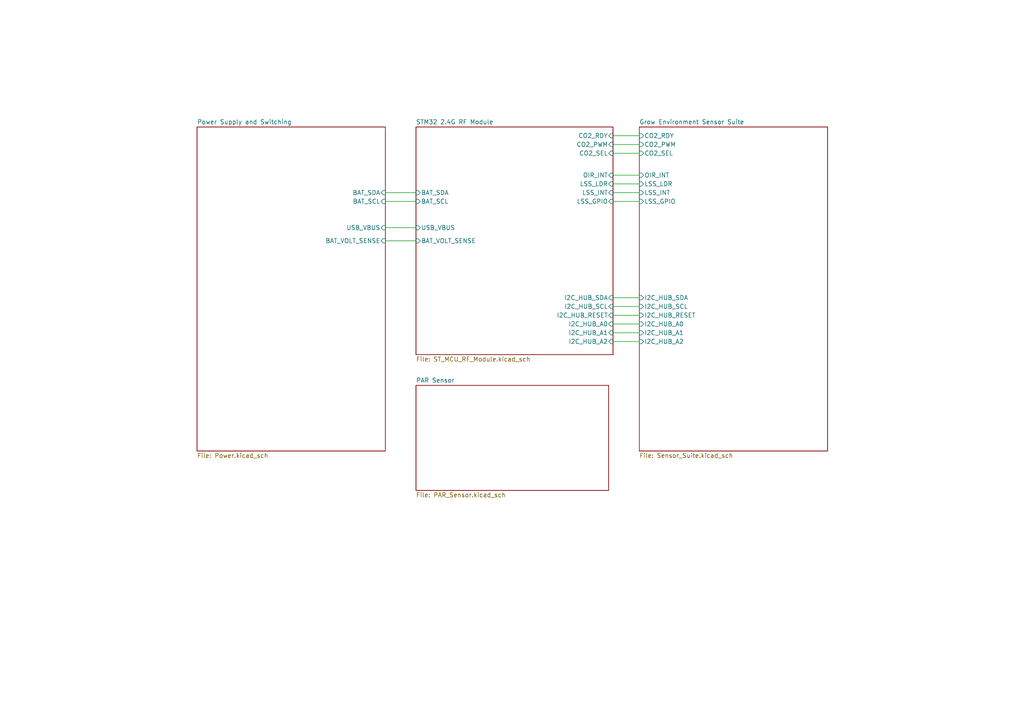
<source format=kicad_sch>
(kicad_sch
	(version 20231120)
	(generator "eeschema")
	(generator_version "8.0")
	(uuid "9cf62fc9-bc0c-4cc5-b5f2-4c645c24c92a")
	(paper "A4")
	(lib_symbols)
	(wire
		(pts
			(xy 111.76 66.04) (xy 120.65 66.04)
		)
		(stroke
			(width 0)
			(type default)
		)
		(uuid "0c3afd7e-40dd-4ddf-b8e5-0ac8235c99bf")
	)
	(wire
		(pts
			(xy 177.8 41.91) (xy 185.42 41.91)
		)
		(stroke
			(width 0)
			(type default)
		)
		(uuid "658a0941-5ad5-4ca5-844c-3c702ea26184")
	)
	(wire
		(pts
			(xy 177.8 86.36) (xy 185.42 86.36)
		)
		(stroke
			(width 0)
			(type default)
		)
		(uuid "66b19e09-7aa0-4cea-b194-39a92bb7f51b")
	)
	(wire
		(pts
			(xy 177.8 99.06) (xy 185.42 99.06)
		)
		(stroke
			(width 0)
			(type default)
		)
		(uuid "6712cfc5-d991-47ea-b2d8-ec148388060f")
	)
	(wire
		(pts
			(xy 177.8 93.98) (xy 185.42 93.98)
		)
		(stroke
			(width 0)
			(type default)
		)
		(uuid "6e5e9219-a87d-492e-9898-8b3dc5f7df34")
	)
	(wire
		(pts
			(xy 177.8 58.42) (xy 185.42 58.42)
		)
		(stroke
			(width 0)
			(type default)
		)
		(uuid "723e6913-b2af-415a-9c03-ce99206d29b0")
	)
	(wire
		(pts
			(xy 120.65 58.42) (xy 111.76 58.42)
		)
		(stroke
			(width 0)
			(type default)
		)
		(uuid "820876f1-43f1-492e-a528-1fc8733ae678")
	)
	(wire
		(pts
			(xy 177.8 53.34) (xy 185.42 53.34)
		)
		(stroke
			(width 0)
			(type default)
		)
		(uuid "85d64568-6f5a-42a6-8774-1d193d982d1b")
	)
	(wire
		(pts
			(xy 185.42 50.8) (xy 177.8 50.8)
		)
		(stroke
			(width 0)
			(type default)
		)
		(uuid "9bd52714-658d-4e7d-9ece-59640c287554")
	)
	(wire
		(pts
			(xy 185.42 96.52) (xy 177.8 96.52)
		)
		(stroke
			(width 0)
			(type default)
		)
		(uuid "9ce5c37a-6aaa-4e9a-a192-af827ee2b344")
	)
	(wire
		(pts
			(xy 111.76 55.88) (xy 120.65 55.88)
		)
		(stroke
			(width 0)
			(type default)
		)
		(uuid "a13a5998-54bb-448a-b2f8-ee7806c410d7")
	)
	(wire
		(pts
			(xy 177.8 44.45) (xy 185.42 44.45)
		)
		(stroke
			(width 0)
			(type default)
		)
		(uuid "a6ac7145-3d59-4caa-b844-65eb5f0d28b2")
	)
	(wire
		(pts
			(xy 177.8 88.9) (xy 185.42 88.9)
		)
		(stroke
			(width 0)
			(type default)
		)
		(uuid "a70cb43b-6db7-465c-8573-cf32296f1a3d")
	)
	(wire
		(pts
			(xy 177.8 39.37) (xy 185.42 39.37)
		)
		(stroke
			(width 0)
			(type default)
		)
		(uuid "cb0c354f-7460-42c2-ab56-b5d714bd27f3")
	)
	(wire
		(pts
			(xy 185.42 91.44) (xy 177.8 91.44)
		)
		(stroke
			(width 0)
			(type default)
		)
		(uuid "dd878a96-8a61-420d-bd08-7ede57b37fd1")
	)
	(wire
		(pts
			(xy 111.76 69.85) (xy 120.65 69.85)
		)
		(stroke
			(width 0)
			(type default)
		)
		(uuid "ec36868d-6884-4494-92f8-8130438efa12")
	)
	(wire
		(pts
			(xy 185.42 55.88) (xy 177.8 55.88)
		)
		(stroke
			(width 0)
			(type default)
		)
		(uuid "f02eddeb-8744-49c7-a47a-40b5f74a9085")
	)
	(sheet
		(at 57.15 36.83)
		(size 54.61 93.98)
		(fields_autoplaced yes)
		(stroke
			(width 0)
			(type solid)
		)
		(fill
			(color 0 0 0 0.0000)
		)
		(uuid "00000000-0000-0000-0000-00006028b309")
		(property "Sheetname" "Power Supply and Switching"
			(at 57.15 36.1184 0)
			(effects
				(font
					(size 1.27 1.27)
				)
				(justify left bottom)
			)
		)
		(property "Sheetfile" "Power.kicad_sch"
			(at 57.15 131.3946 0)
			(effects
				(font
					(size 1.27 1.27)
				)
				(justify left top)
			)
		)
		(pin "BAT_VOLT_SENSE" input
			(at 111.76 69.85 0)
			(effects
				(font
					(size 1.27 1.27)
				)
				(justify right)
			)
			(uuid "b7d4870d-b139-4ade-95f7-144e40fcf13d")
		)
		(pin "USB_VBUS" input
			(at 111.76 66.04 0)
			(effects
				(font
					(size 1.27 1.27)
				)
				(justify right)
			)
			(uuid "c4e17e90-3819-45c8-82cf-6f3aef3f1b27")
		)
		(pin "BAT_SDA" input
			(at 111.76 55.88 0)
			(effects
				(font
					(size 1.27 1.27)
				)
				(justify right)
			)
			(uuid "12be2c83-cd47-49ac-93b5-67440283dea6")
		)
		(pin "BAT_SCL" input
			(at 111.76 58.42 0)
			(effects
				(font
					(size 1.27 1.27)
				)
				(justify right)
			)
			(uuid "1b92672d-b83a-4eac-b686-f7f2f49d83e8")
		)
		(instances
			(project "SunLeaf-Sense-2.4G"
				(path "/9cf62fc9-bc0c-4cc5-b5f2-4c645c24c92a"
					(page "2")
				)
			)
		)
	)
	(sheet
		(at 185.42 36.83)
		(size 54.61 93.98)
		(fields_autoplaced yes)
		(stroke
			(width 0)
			(type solid)
		)
		(fill
			(color 0 0 0 0.0000)
		)
		(uuid "00000000-0000-0000-0000-00006028b457")
		(property "Sheetname" "Grow Environment Sensor Suite"
			(at 185.42 36.1184 0)
			(effects
				(font
					(size 1.27 1.27)
				)
				(justify left bottom)
			)
		)
		(property "Sheetfile" "Sensor_Suite.kicad_sch"
			(at 185.42 131.3946 0)
			(effects
				(font
					(size 1.27 1.27)
				)
				(justify left top)
			)
		)
		(pin "CO2_RDY" input
			(at 185.42 39.37 180)
			(effects
				(font
					(size 1.27 1.27)
				)
				(justify left)
			)
			(uuid "6432dde7-ebb9-4930-9266-72a0cdf5b86e")
		)
		(pin "CO2_PWM" input
			(at 185.42 41.91 180)
			(effects
				(font
					(size 1.27 1.27)
				)
				(justify left)
			)
			(uuid "6a968b4c-ae9f-4445-af96-3e33873b2f3f")
		)
		(pin "CO2_SEL" input
			(at 185.42 44.45 180)
			(effects
				(font
					(size 1.27 1.27)
				)
				(justify left)
			)
			(uuid "97659241-a7cb-4948-bfbb-fd67afda4170")
		)
		(pin "OIR_INT" input
			(at 185.42 50.8 180)
			(effects
				(font
					(size 1.27 1.27)
				)
				(justify left)
			)
			(uuid "5695f38d-d8ff-4461-851b-d847e95a2be5")
		)
		(pin "LSS_LDR" input
			(at 185.42 53.34 180)
			(effects
				(font
					(size 1.27 1.27)
				)
				(justify left)
			)
			(uuid "e2427542-106c-4005-bcd3-112dc210496a")
		)
		(pin "LSS_INT" input
			(at 185.42 55.88 180)
			(effects
				(font
					(size 1.27 1.27)
				)
				(justify left)
			)
			(uuid "0f7fe30a-e485-4ff0-aeee-e0bd7cbd7315")
		)
		(pin "I2C_HUB_SDA" input
			(at 185.42 86.36 180)
			(effects
				(font
					(size 1.27 1.27)
				)
				(justify left)
			)
			(uuid "9d4459d7-d4d0-41cc-8182-d67906bcb134")
		)
		(pin "I2C_HUB_SCL" input
			(at 185.42 88.9 180)
			(effects
				(font
					(size 1.27 1.27)
				)
				(justify left)
			)
			(uuid "093684cf-af93-4cc8-bcdb-ff66273c1bb6")
		)
		(pin "I2C_HUB_RESET" input
			(at 185.42 91.44 180)
			(effects
				(font
					(size 1.27 1.27)
				)
				(justify left)
			)
			(uuid "fb77003c-ae5e-4f40-a80c-be3fb87d74cb")
		)
		(pin "I2C_HUB_A0" input
			(at 185.42 93.98 180)
			(effects
				(font
					(size 1.27 1.27)
				)
				(justify left)
			)
			(uuid "e663384f-6868-476c-9769-bf4be9861880")
		)
		(pin "I2C_HUB_A1" input
			(at 185.42 96.52 180)
			(effects
				(font
					(size 1.27 1.27)
				)
				(justify left)
			)
			(uuid "82d27e1d-1c17-42b4-8aa8-b26669895daf")
		)
		(pin "I2C_HUB_A2" input
			(at 185.42 99.06 180)
			(effects
				(font
					(size 1.27 1.27)
				)
				(justify left)
			)
			(uuid "1b35ba71-9896-4d77-83d8-679d0204a5b9")
		)
		(pin "LSS_GPIO" input
			(at 185.42 58.42 180)
			(effects
				(font
					(size 1.27 1.27)
				)
				(justify left)
			)
			(uuid "8ee6b0b5-d5d5-4143-b2e9-5cea07f99d96")
		)
		(instances
			(project "SunLeaf-Sense-2.4G"
				(path "/9cf62fc9-bc0c-4cc5-b5f2-4c645c24c92a"
					(page "5")
				)
			)
		)
	)
	(sheet
		(at 120.65 36.83)
		(size 57.15 66.04)
		(fields_autoplaced yes)
		(stroke
			(width 0)
			(type solid)
		)
		(fill
			(color 0 0 0 0.0000)
		)
		(uuid "00000000-0000-0000-0000-000060383d67")
		(property "Sheetname" "STM32 2.4G RF Module"
			(at 120.65 36.1184 0)
			(effects
				(font
					(size 1.27 1.27)
				)
				(justify left bottom)
			)
		)
		(property "Sheetfile" "ST_MCU_RF_Module.kicad_sch"
			(at 120.65 103.4546 0)
			(effects
				(font
					(size 1.27 1.27)
				)
				(justify left top)
			)
		)
		(pin "USB_VBUS" input
			(at 120.65 66.04 180)
			(effects
				(font
					(size 1.27 1.27)
				)
				(justify left)
			)
			(uuid "aafa8f34-6ca1-4ffa-9e0e-f166e8fd9912")
		)
		(pin "BAT_VOLT_SENSE" input
			(at 120.65 69.85 180)
			(effects
				(font
					(size 1.27 1.27)
				)
				(justify left)
			)
			(uuid "f70643fd-90f8-4779-8b09-8712d73d8fe8")
		)
		(pin "BAT_SDA" input
			(at 120.65 55.88 180)
			(effects
				(font
					(size 1.27 1.27)
				)
				(justify left)
			)
			(uuid "97c12f31-3a41-43b2-bd23-237e317479c1")
		)
		(pin "BAT_SCL" input
			(at 120.65 58.42 180)
			(effects
				(font
					(size 1.27 1.27)
				)
				(justify left)
			)
			(uuid "9db7761d-720d-4619-988b-e0a3f7dca5e0")
		)
		(pin "I2C_HUB_SDA" input
			(at 177.8 86.36 0)
			(effects
				(font
					(size 1.27 1.27)
				)
				(justify right)
			)
			(uuid "5dee9aa1-a884-4b99-8881-3700994dcf7a")
		)
		(pin "I2C_HUB_SCL" input
			(at 177.8 88.9 0)
			(effects
				(font
					(size 1.27 1.27)
				)
				(justify right)
			)
			(uuid "58fb7fac-35fe-4f82-be33-8d2cf9dd35aa")
		)
		(pin "I2C_HUB_RESET" input
			(at 177.8 91.44 0)
			(effects
				(font
					(size 1.27 1.27)
				)
				(justify right)
			)
			(uuid "81b01c39-5a78-44ce-b32c-43f529a51bdb")
		)
		(pin "I2C_HUB_A0" input
			(at 177.8 93.98 0)
			(effects
				(font
					(size 1.27 1.27)
				)
				(justify right)
			)
			(uuid "a2bcf7bd-797e-468a-92cb-eb7691283faa")
		)
		(pin "I2C_HUB_A1" input
			(at 177.8 96.52 0)
			(effects
				(font
					(size 1.27 1.27)
				)
				(justify right)
			)
			(uuid "e88c546d-c736-4f4f-be8a-e8ba323f729d")
		)
		(pin "I2C_HUB_A2" input
			(at 177.8 99.06 0)
			(effects
				(font
					(size 1.27 1.27)
				)
				(justify right)
			)
			(uuid "d65e2d10-528a-4433-a5ac-5f3b744e8958")
		)
		(pin "CO2_RDY" input
			(at 177.8 39.37 0)
			(effects
				(font
					(size 1.27 1.27)
				)
				(justify right)
			)
			(uuid "aa2b3d88-c82a-4cdf-ae77-ef12448ad294")
		)
		(pin "CO2_PWM" input
			(at 177.8 41.91 0)
			(effects
				(font
					(size 1.27 1.27)
				)
				(justify right)
			)
			(uuid "eed7ce4b-12a6-45f4-b2ea-b4c9ad8ffd06")
		)
		(pin "CO2_SEL" input
			(at 177.8 44.45 0)
			(effects
				(font
					(size 1.27 1.27)
				)
				(justify right)
			)
			(uuid "436c3e2b-4c14-4f5f-b8dc-04ed8bd13f04")
		)
		(pin "LSS_LDR" input
			(at 177.8 53.34 0)
			(effects
				(font
					(size 1.27 1.27)
				)
				(justify right)
			)
			(uuid "54202fc6-13cc-4733-b136-5579bd595bc6")
		)
		(pin "LSS_INT" input
			(at 177.8 55.88 0)
			(effects
				(font
					(size 1.27 1.27)
				)
				(justify right)
			)
			(uuid "3d406198-5fdd-413d-98e4-5def83306deb")
		)
		(pin "OIR_INT" input
			(at 177.8 50.8 0)
			(effects
				(font
					(size 1.27 1.27)
				)
				(justify right)
			)
			(uuid "184f5262-7182-41bd-93ae-0dd9700aaa6f")
		)
		(pin "LSS_GPIO" input
			(at 177.8 58.42 0)
			(effects
				(font
					(size 1.27 1.27)
				)
				(justify right)
			)
			(uuid "b9a35b4b-6b8c-4cb1-ad44-c74b9626cd97")
		)
		(instances
			(project "SunLeaf-Sense-2.4G"
				(path "/9cf62fc9-bc0c-4cc5-b5f2-4c645c24c92a"
					(page "3")
				)
			)
		)
	)
	(sheet
		(at 120.65 111.76)
		(size 55.88 30.48)
		(fields_autoplaced yes)
		(stroke
			(width 0)
			(type solid)
		)
		(fill
			(color 0 0 0 0.0000)
		)
		(uuid "00000000-0000-0000-0000-000060568996")
		(property "Sheetname" "PAR Sensor"
			(at 120.65 111.0484 0)
			(effects
				(font
					(size 1.27 1.27)
				)
				(justify left bottom)
			)
		)
		(property "Sheetfile" "PAR_Sensor.kicad_sch"
			(at 120.65 142.8246 0)
			(effects
				(font
					(size 1.27 1.27)
				)
				(justify left top)
			)
		)
		(instances
			(project "SunLeaf-Sense-2.4G"
				(path "/9cf62fc9-bc0c-4cc5-b5f2-4c645c24c92a"
					(page "4")
				)
			)
		)
	)
	(sheet_instances
		(path "/"
			(page "1")
		)
	)
)
</source>
